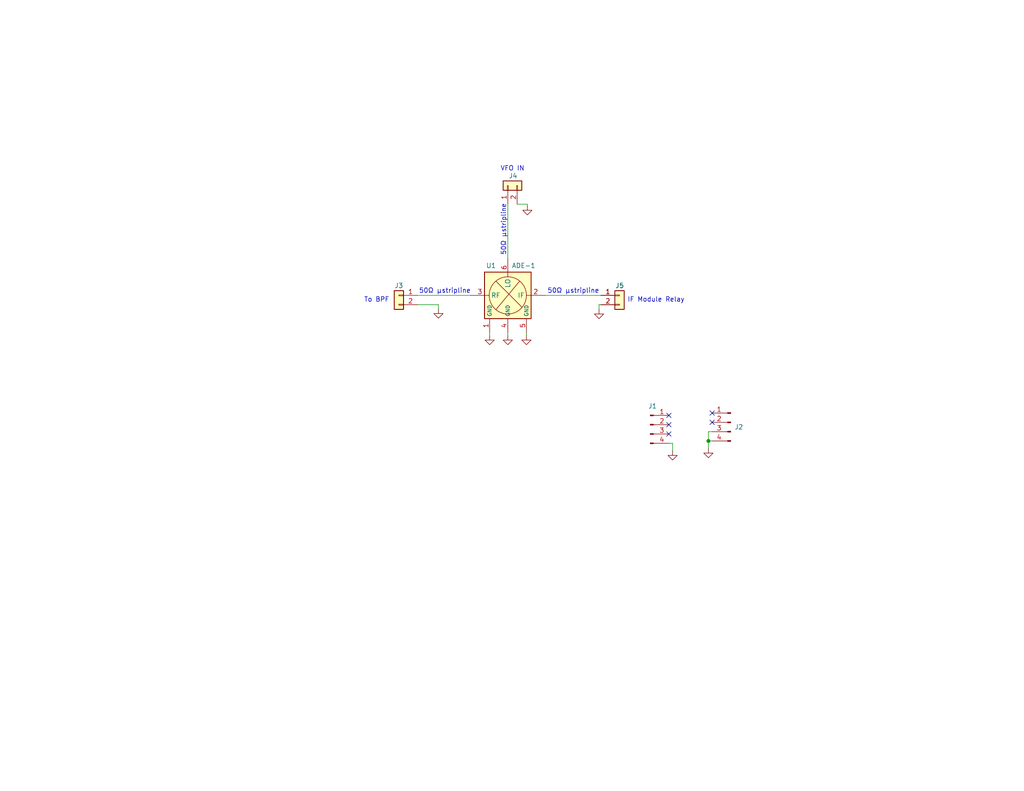
<source format=kicad_sch>
(kicad_sch (version 20211123) (generator eeschema)
  (paper "USLetter")
  (title_block (title "Pssst VFO Mixer") (date "2023-07-23") (rev "A"))
  (lib_symbols
    (symbol "K7TFC:ADE-1"
      (property "Reference" "U" (at -6.35 7.62 0))
      (property "Value" "ADE-1" (at -11.43 -3.81 0))
      (symbol "ADE-1_0_1"
        (rectangle (start -6.35 6.35) (end 6.35 -6.35) (stroke (width 0.254)) (fill (type background)))
        (polyline (pts (xy -3.175 -3.81) (xy 3.175 3.81)))
        (polyline (pts (xy 3.81 -3.175) (xy -3.175 3.81)))
        (circle (center 0 0) (radius 5.08))
      )
      (symbol "ADE-1_1_1"
        (pin power_in line (at -4.953 -10.16 90) (length 3.81) (name "GND") (number "1"))
        (pin output line (at 10.16 0 180) (length 5.08) (name "IF") (number "2"))
        (pin input line (at -10.16 0 0) (length 5.08) (name "RF") (number "3"))
        (pin power_in line (at 0 -10.16 90) (length 3.81) (name "GND") (number "4"))
        (pin power_in line (at 5.08 -10.16 90) (length 3.81) (name "GND") (number "5"))
        (pin input line (at 0 10.16 270) (length 5.08) (name "LO") (number "6"))
      )
    )
    (symbol "K7TFC_Connectors:Conn_01x02" (pin_names (offset 1.016) hide)
      (property "Reference" "J" (at 0 2.54 0))
      (property "Value" "Conn_01x02" (at 0 -5.08 0))
      (symbol "Conn_01x02_1_1"
        (rectangle (start -1.27 -2.413) (end 0 -2.667) (stroke (width 0.1524)))
        (rectangle (start -1.27 0.127) (end 0 -0.127) (stroke (width 0.1524)))
        (rectangle (start -1.27 1.27) (end 1.27 -3.81) (stroke (width 0.254)) (fill (type background)))
        (pin passive line (at -5.08 0 0) (length 3.81) (name "Pin_1") (number "1"))
        (pin passive line (at -5.08 -2.54 0) (length 3.81) (name "Pin_2") (number "2"))
      )
    )
    (symbol "K7TFC_Connectors:Conn_01x04_Male" (pin_names (offset 1.016) hide)
      (property "Reference" "J" (at 0 5.08 0))
      (property "Value" "Conn_01x04_Male" (at 0 -7.62 0))
      (symbol "Conn_01x04_Male_1_1"
        (polyline (pts (xy 1.27 -5.08) (xy 0.8636 -5.08)) (stroke (width 0.1524)))
        (polyline (pts (xy 1.27 -2.54) (xy 0.8636 -2.54)) (stroke (width 0.1524)))
        (polyline (pts (xy 1.27 0) (xy 0.8636 0)) (stroke (width 0.1524)))
        (polyline (pts (xy 1.27 2.54) (xy 0.8636 2.54)) (stroke (width 0.1524)))
        (rectangle (start 0.8636 -4.953) (end 0 -5.207) (stroke (width 0.1524)) (fill (type outline)))
        (rectangle (start 0.8636 -2.413) (end 0 -2.667) (stroke (width 0.1524)) (fill (type outline)))
        (rectangle (start 0.8636 0.127) (end 0 -0.127) (stroke (width 0.1524)) (fill (type outline)))
        (rectangle (start 0.8636 2.667) (end 0 2.413) (stroke (width 0.1524)) (fill (type outline)))
        (pin passive line (at 5.08 2.54 180) (length 3.81) (name "Pin_1") (number "1"))
        (pin passive line (at 5.08 0 180) (length 3.81) (name "Pin_2") (number "2"))
        (pin passive line (at 5.08 -2.54 180) (length 3.81) (name "Pin_3") (number "3"))
        (pin passive line (at 5.08 -5.08 180) (length 3.81) (name "Pin_4") (number "4"))
      )
    )
    (symbol "power:GND" (power) (pin_names (offset 0))
      (property "Value" "GND" (at 0 -3.81 0))
      (symbol "GND_0_1"
        (polyline (pts (xy 0 0) (xy 0 -1.27) (xy 1.27 -1.27) (xy 0 -2.54) (xy -1.27 -1.27) (xy 0 -1.27)))
      )
      (symbol "GND_1_1"
        (pin power_in line (at 0 0 270) (length 0) hide (name "GND") (number "1"))
      )
    )
  )
  (junction (at 193.294 120.396))
  (no_connect (at 194.31 112.776))
  (no_connect (at 194.31 115.316))
  (no_connect (at 182.499 118.491))
  (no_connect (at 182.499 113.411))
  (no_connect (at 182.499 115.951))
  (wire (pts (xy 193.294 117.856) (xy 193.294 120.396)))
  (wire (pts (xy 113.919 80.645) (xy 128.397 80.645)))
  (wire (pts (xy 141.097 55.753) (xy 143.891 55.753)))
  (wire (pts (xy 138.557 55.753) (xy 138.557 70.485)))
  (wire (pts (xy 148.717 80.645) (xy 163.957 80.645)))
  (wire (pts (xy 143.637 90.805) (xy 143.637 91.567)))
  (wire (pts (xy 163.449 83.185) (xy 163.449 84.455)))
  (wire (pts (xy 183.515 121.031) (xy 183.515 123.063)))
  (wire (pts (xy 183.515 121.031) (xy 182.499 121.031)))
  (wire (pts (xy 143.891 55.753) (xy 143.891 56.134)))
  (wire (pts (xy 113.919 83.185) (xy 119.634 83.185)))
  (wire (pts (xy 119.634 83.185) (xy 119.634 84.328)))
  (wire (pts (xy 133.604 90.805) (xy 133.604 91.567)))
  (wire (pts (xy 138.557 90.805) (xy 138.557 91.567)))
  (wire (pts (xy 163.449 83.185) (xy 163.957 83.185)))
  (wire (pts (xy 193.294 120.396) (xy 193.294 122.428)))
  (wire (pts (xy 193.294 120.396) (xy 194.31 120.396)))
  (wire (pts (xy 194.31 117.856) (xy 193.294 117.856)))
  (text "IF Module Relay" (at 171.196 82.677 0) (effects (font (size 1.27 1.27)) (justify left bottom)))
  (text "50Ω μstripline" (at 149.352 80.264 0) (effects (font (size 1.27 1.27)) (justify left bottom)))
  (text "To BPF" (at 99.314 82.677 0) (effects (font (size 1.27 1.27)) (justify left bottom)))
  (text "VFO IN" (at 136.525 46.863 0) (effects (font (size 1.27 1.27)) (justify left bottom)))
  (text "50Ω μstripline" (at 138.176 69.85 90) (effects (font (size 1.27 1.27)) (justify left bottom)))
  (text "50Ω μstripline" (at 114.3 80.264 0) (effects (font (size 1.27 1.27)) (justify left bottom)))
  (symbol (lib_id "K7TFC_Connectors:Conn_01x02") (at 108.839 80.645 0) (mirror y) (unit 1)
    (property "Reference" "J3" (at 108.839 77.978 0))
    (property "Value" "Conn_01x02" (effects hide))
    (property "Footprint" "K7TFC:SMA_EdgeMount_0.062_Samtec_wHoles" (effects hide))
  )
  (symbol (lib_id "power:GND") (at 193.294 122.428 0) (unit 1)
    (property "Reference" "#PWR0101" (effects hide))
    (property "Value" "GND" (effects hide))
  )
  (symbol (lib_id "K7TFC_Connectors:Conn_01x04_Male") (at 199.39 115.316 0) (mirror y) (unit 1)
    (property "Reference" "J2" (at 200.406 116.5859 0) (effects (justify right)))
    (property "Value" "Conn_01x04_Male" (effects hide))
    (property "Footprint" "Connector_PinHeader_2.54mm:PinHeader_1x04_P2.54mm_Vertical" (effects hide))
  )
  (symbol (lib_id "power:GND") (at 138.557 91.567 0) (mirror y) (unit 1)
    (property "Reference" "#PWR0107" (effects hide))
    (property "Value" "GND" (effects hide))
  )
  (symbol (lib_id "K7TFC_Connectors:Conn_01x04_Male") (at 177.419 115.951 0) (unit 1)
    (property "Reference" "J1" (at 178.054 110.871 0))
    (property "Value" "Conn_01x04_Male" (effects hide))
    (property "Footprint" "Connector_PinHeader_2.54mm:PinHeader_1x04_P2.54mm_Vertical" (effects hide))
  )
  (symbol (lib_id "power:GND") (at 183.515 123.063 0) (mirror y) (unit 1)
    (property "Reference" "#PWR0102" (effects hide))
    (property "Value" "GND" (effects hide))
  )
  (symbol (lib_id "power:GND") (at 119.634 84.328 0) (mirror y) (unit 1)
    (property "Reference" "#PWR0105" (effects hide))
    (property "Value" "GND" (effects hide))
  )
  (symbol (lib_id "power:GND") (at 143.891 56.134 0) (mirror y) (unit 1)
    (property "Reference" "#PWR0104" (effects hide))
    (property "Value" "GND" (effects hide))
  )
  (symbol (lib_id "power:GND") (at 133.604 91.567 0) (mirror y) (unit 1)
    (property "Reference" "#PWR0108" (effects hide))
    (property "Value" "GND" (effects hide))
  )
  (symbol (lib_id "power:GND") (at 163.449 84.455 0) (mirror y) (unit 1)
    (property "Reference" "#PWR0103" (effects hide))
    (property "Value" "GND" (effects hide))
  )
  (symbol (lib_id "K7TFC_Connectors:Conn_01x02") (at 169.037 80.645 0) (unit 1)
    (property "Reference" "J5" (at 167.894 77.978 0) (effects (justify left)))
    (property "Value" "Conn_01x02" (effects hide))
    (property "Footprint" "K7TFC:SMA_EdgeMount_0.062_Samtec_wHoles" (effects hide))
  )
  (symbol (lib_id "K7TFC:ADE-1") (at 138.557 80.645 0) (unit 1)
    (property "Reference" "U1" (at 133.985 72.517 0))
    (property "Value" "ADE-1" (at 142.875 72.517 0))
    (property "Footprint" "K7TFC:Mini-Circuits_ADE-1_CD636" (effects hide))
  )
  (symbol (lib_id "power:GND") (at 143.637 91.567 0) (mirror y) (unit 1)
    (property "Reference" "#PWR0106" (effects hide))
    (property "Value" "GND" (effects hide))
  )
  (symbol (lib_id "K7TFC_Connectors:Conn_01x02") (at 138.557 50.673 90) (unit 1)
    (property "Reference" "J4" (at 138.811 48.006 90) (effects (justify right)))
    (property "Value" "Conn_01x02" (effects hide))
    (property "Footprint" "K7TFC:SMA_EdgeMount_0.062_Samtec_wHoles" (effects hide))
  )
)
</source>
